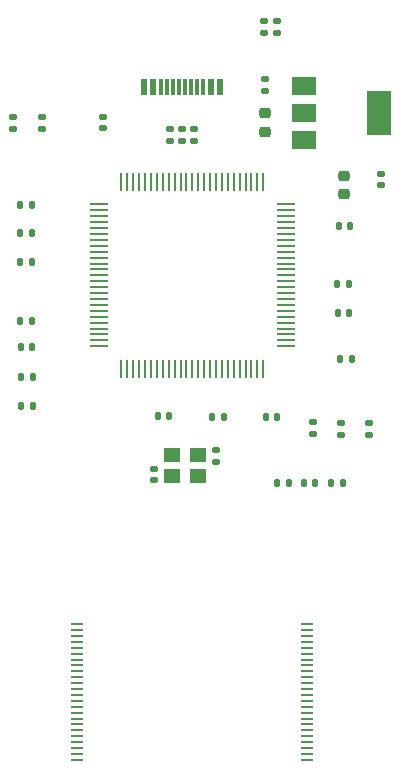
<source format=gbr>
%TF.GenerationSoftware,KiCad,Pcbnew,(6.0.11)*%
%TF.CreationDate,2023-02-23T12:45:07+08:00*%
%TF.ProjectId,nand_programmator,6e616e64-5f70-4726-9f67-72616d6d6174,v3.4*%
%TF.SameCoordinates,Original*%
%TF.FileFunction,Paste,Top*%
%TF.FilePolarity,Positive*%
%FSLAX46Y46*%
G04 Gerber Fmt 4.6, Leading zero omitted, Abs format (unit mm)*
G04 Created by KiCad (PCBNEW (6.0.11)) date 2023-02-23 12:45:07*
%MOMM*%
%LPD*%
G01*
G04 APERTURE LIST*
G04 Aperture macros list*
%AMRoundRect*
0 Rectangle with rounded corners*
0 $1 Rounding radius*
0 $2 $3 $4 $5 $6 $7 $8 $9 X,Y pos of 4 corners*
0 Add a 4 corners polygon primitive as box body*
4,1,4,$2,$3,$4,$5,$6,$7,$8,$9,$2,$3,0*
0 Add four circle primitives for the rounded corners*
1,1,$1+$1,$2,$3*
1,1,$1+$1,$4,$5*
1,1,$1+$1,$6,$7*
1,1,$1+$1,$8,$9*
0 Add four rect primitives between the rounded corners*
20,1,$1+$1,$2,$3,$4,$5,0*
20,1,$1+$1,$4,$5,$6,$7,0*
20,1,$1+$1,$6,$7,$8,$9,0*
20,1,$1+$1,$8,$9,$2,$3,0*%
G04 Aperture macros list end*
%ADD10R,0.280000X1.500000*%
%ADD11R,1.500000X0.280000*%
%ADD12R,2.000000X1.500000*%
%ADD13R,2.000000X3.800000*%
%ADD14RoundRect,0.225000X-0.250000X0.225000X-0.250000X-0.225000X0.250000X-0.225000X0.250000X0.225000X0*%
%ADD15RoundRect,0.225000X0.250000X-0.225000X0.250000X0.225000X-0.250000X0.225000X-0.250000X-0.225000X0*%
%ADD16RoundRect,0.140000X-0.170000X0.140000X-0.170000X-0.140000X0.170000X-0.140000X0.170000X0.140000X0*%
%ADD17RoundRect,0.140000X0.170000X-0.140000X0.170000X0.140000X-0.170000X0.140000X-0.170000X-0.140000X0*%
%ADD18RoundRect,0.140000X-0.140000X-0.170000X0.140000X-0.170000X0.140000X0.170000X-0.140000X0.170000X0*%
%ADD19RoundRect,0.140000X0.140000X0.170000X-0.140000X0.170000X-0.140000X-0.170000X0.140000X-0.170000X0*%
%ADD20RoundRect,0.147500X0.147500X0.172500X-0.147500X0.172500X-0.147500X-0.172500X0.147500X-0.172500X0*%
%ADD21RoundRect,0.135000X-0.135000X-0.185000X0.135000X-0.185000X0.135000X0.185000X-0.135000X0.185000X0*%
%ADD22RoundRect,0.135000X0.185000X-0.135000X0.185000X0.135000X-0.185000X0.135000X-0.185000X-0.135000X0*%
%ADD23RoundRect,0.135000X0.135000X0.185000X-0.135000X0.185000X-0.135000X-0.185000X0.135000X-0.185000X0*%
%ADD24RoundRect,0.135000X-0.185000X0.135000X-0.185000X-0.135000X0.185000X-0.135000X0.185000X0.135000X0*%
%ADD25R,1.400000X1.200000*%
%ADD26R,0.600000X1.450000*%
%ADD27R,0.300000X1.450000*%
%ADD28R,1.100000X0.250000*%
G04 APERTURE END LIST*
D10*
%TO.C,U2*%
X17989801Y43877537D03*
X18489801Y43877537D03*
X18989801Y43877537D03*
X19489801Y43877537D03*
X19989801Y43877537D03*
X20489801Y43877537D03*
X20989801Y43877537D03*
X21489801Y43877537D03*
X21989801Y43877537D03*
X22489801Y43877537D03*
X22989801Y43877537D03*
X23489801Y43877537D03*
X23989801Y43877537D03*
X24489801Y43877537D03*
X24989801Y43877537D03*
X25489801Y43877537D03*
X25989801Y43877537D03*
X26489801Y43877537D03*
X26989801Y43877537D03*
X27489801Y43877537D03*
X27989801Y43877537D03*
X28489801Y43877537D03*
X28989801Y43877537D03*
X29489801Y43877537D03*
X29989801Y43877537D03*
D11*
X31889801Y45777537D03*
X31889801Y46277537D03*
X31889801Y46777537D03*
X31889801Y47277537D03*
X31889801Y47777537D03*
X31889801Y48277537D03*
X31889801Y48777537D03*
X31889801Y49277537D03*
X31889801Y49777537D03*
X31889801Y50277537D03*
X31889801Y50777537D03*
X31889801Y51277537D03*
X31889801Y51777537D03*
X31889801Y52277537D03*
X31889801Y52777537D03*
X31889801Y53277537D03*
X31889801Y53777537D03*
X31889801Y54277537D03*
X31889801Y54777537D03*
X31889801Y55277537D03*
X31889801Y55777537D03*
X31889801Y56277537D03*
X31889801Y56777537D03*
X31889801Y57277537D03*
X31889801Y57777537D03*
D10*
X29989801Y59677537D03*
X29489801Y59677537D03*
X28989801Y59677537D03*
X28489801Y59677537D03*
X27989801Y59677537D03*
X27489801Y59677537D03*
X26989801Y59677537D03*
X26489801Y59677537D03*
X25989801Y59677537D03*
X25489801Y59677537D03*
X24989801Y59677537D03*
X24489801Y59677537D03*
X23989801Y59677537D03*
X23489801Y59677537D03*
X22989801Y59677537D03*
X22489801Y59677537D03*
X21989801Y59677537D03*
X21489801Y59677537D03*
X20989801Y59677537D03*
X20489801Y59677537D03*
X19989801Y59677537D03*
X19489801Y59677537D03*
X18989801Y59677537D03*
X18489801Y59677537D03*
X17989801Y59677537D03*
D11*
X16089801Y57777537D03*
X16089801Y57277537D03*
X16089801Y56777537D03*
X16089801Y56277537D03*
X16089801Y55777537D03*
X16089801Y55277537D03*
X16089801Y54777537D03*
X16089801Y54277537D03*
X16089801Y53777537D03*
X16089801Y53277537D03*
X16089801Y52777537D03*
X16089801Y52277537D03*
X16089801Y51777537D03*
X16089801Y51277537D03*
X16089801Y50777537D03*
X16089801Y50277537D03*
X16089801Y49777537D03*
X16089801Y49277537D03*
X16089801Y48777537D03*
X16089801Y48277537D03*
X16089801Y47777537D03*
X16089801Y47277537D03*
X16089801Y46777537D03*
X16089801Y46277537D03*
X16089801Y45777537D03*
%TD*%
D12*
%TO.C,U1*%
X33469801Y67820037D03*
X33469801Y65520037D03*
X33469801Y63220037D03*
D13*
X39769801Y65520037D03*
%TD*%
D14*
%TO.C,C6*%
X36800000Y60225000D03*
X36800000Y58675000D03*
%TD*%
D15*
%TO.C,C3*%
X30119801Y63945037D03*
X30119801Y65495037D03*
%TD*%
D16*
%TO.C,C5*%
X39950000Y60400037D03*
X39950000Y59440037D03*
%TD*%
D17*
%TO.C,C4*%
X30110000Y67400000D03*
X30110000Y68360000D03*
%TD*%
D18*
%TO.C,C9*%
X30223801Y39774137D03*
X31183801Y39774137D03*
%TD*%
%TO.C,C8*%
X36527801Y44727137D03*
X37487801Y44727137D03*
%TD*%
D17*
%TO.C,C7*%
X16419801Y64242537D03*
X16419801Y65202537D03*
%TD*%
D19*
%TO.C,C11*%
X22030000Y39880000D03*
X21070000Y39880000D03*
%TD*%
D18*
%TO.C,C10*%
X36380000Y55950000D03*
X37340000Y55950000D03*
%TD*%
D19*
%TO.C,C12*%
X10430000Y45670000D03*
X9470000Y45670000D03*
%TD*%
%TO.C,C13*%
X10373801Y52918637D03*
X9413801Y52918637D03*
%TD*%
%TO.C,C14*%
X37240000Y48610000D03*
X36280000Y48610000D03*
%TD*%
D20*
%TO.C,D1*%
X32137500Y34180000D03*
X31167500Y34180000D03*
%TD*%
D21*
%TO.C,R11*%
X9428801Y47902137D03*
X10448801Y47902137D03*
%TD*%
D22*
%TO.C,R8*%
X8830000Y64130000D03*
X8830000Y65150000D03*
%TD*%
D21*
%TO.C,R12*%
X9383801Y57744637D03*
X10403801Y57744637D03*
%TD*%
%TO.C,R15*%
X9500000Y43160000D03*
X10520000Y43160000D03*
%TD*%
D23*
%TO.C,R10*%
X10403801Y55331637D03*
X9383801Y55331637D03*
%TD*%
D22*
%TO.C,R9*%
X11290000Y64130000D03*
X11290000Y65150000D03*
%TD*%
D23*
%TO.C,R1*%
X10510000Y40680000D03*
X9490000Y40680000D03*
%TD*%
%TO.C,R2*%
X26658801Y39776037D03*
X25638801Y39776037D03*
%TD*%
D22*
%TO.C,R3*%
X34204801Y38368037D03*
X34204801Y39388037D03*
%TD*%
D23*
%TO.C,R4*%
X37280000Y51040000D03*
X36260000Y51040000D03*
%TD*%
D22*
%TO.C,R14*%
X38980000Y38280000D03*
X38980000Y39300000D03*
%TD*%
D20*
%TO.C,D3*%
X36725000Y34210000D03*
X35755000Y34210000D03*
%TD*%
D22*
%TO.C,R17*%
X23100000Y63120000D03*
X23100000Y64140000D03*
%TD*%
D24*
%TO.C,R5*%
X31120000Y73290000D03*
X31120000Y72270000D03*
%TD*%
D22*
%TO.C,R13*%
X36600000Y38280000D03*
X36600000Y39300000D03*
%TD*%
D25*
%TO.C,Y1*%
X24460000Y36530000D03*
X22260000Y36530000D03*
X22260000Y34830000D03*
X24460000Y34830000D03*
%TD*%
D22*
%TO.C,R16*%
X24130000Y63120000D03*
X24130000Y64140000D03*
%TD*%
D26*
%TO.C,J7*%
X26370000Y67685000D03*
X25570000Y67685000D03*
D27*
X24370000Y67685000D03*
X23370000Y67685000D03*
X22870000Y67685000D03*
X21870000Y67685000D03*
D26*
X20670000Y67685000D03*
X19870000Y67685000D03*
X19870000Y67685000D03*
X20670000Y67685000D03*
D27*
X21370000Y67685000D03*
X22370000Y67685000D03*
X23870000Y67685000D03*
X24870000Y67685000D03*
D26*
X25570000Y67685000D03*
X26370000Y67685000D03*
%TD*%
D28*
%TO.C,P1*%
X14200000Y22250000D03*
X14200000Y21750000D03*
X14200000Y21250000D03*
X14200000Y20750000D03*
X14200000Y20250000D03*
X14200000Y19750000D03*
X14200000Y19250000D03*
X14200000Y18750000D03*
X14200000Y18250000D03*
X14200000Y17750000D03*
X14200000Y17250000D03*
X14200000Y16750000D03*
X14200000Y16250000D03*
X14200000Y15750000D03*
X14200000Y15250000D03*
X14200000Y14750000D03*
X14200000Y14250000D03*
X14200000Y13750000D03*
X14200000Y13250000D03*
X14200000Y12750000D03*
X14200000Y12250000D03*
X14200000Y11750000D03*
X14200000Y11250000D03*
X14200000Y10750000D03*
X33700000Y10750000D03*
X33700000Y11250000D03*
X33700000Y11750000D03*
X33700000Y12250000D03*
X33700000Y12750000D03*
X33700000Y13250000D03*
X33700000Y13750000D03*
X33700000Y14250000D03*
X33700000Y14750000D03*
X33700000Y15250000D03*
X33700000Y15750000D03*
X33700000Y16250000D03*
X33700000Y16750000D03*
X33700000Y17250000D03*
X33700000Y17750000D03*
X33700000Y18250000D03*
X33700000Y18750000D03*
X33700000Y19250000D03*
X33700000Y19750000D03*
X33700000Y20250000D03*
X33700000Y20750000D03*
X33700000Y21250000D03*
X33700000Y21750000D03*
X33700000Y22250000D03*
%TD*%
D16*
%TO.C,C2*%
X25980000Y36950000D03*
X25980000Y35990000D03*
%TD*%
D24*
%TO.C,R6*%
X30070000Y73290000D03*
X30070000Y72270000D03*
%TD*%
%TO.C,R7*%
X22070000Y64150000D03*
X22070000Y63130000D03*
%TD*%
D20*
%TO.C,D2*%
X34415000Y34180000D03*
X33445000Y34180000D03*
%TD*%
D17*
%TO.C,C1*%
X20740000Y34410000D03*
X20740000Y35370000D03*
%TD*%
M02*

</source>
